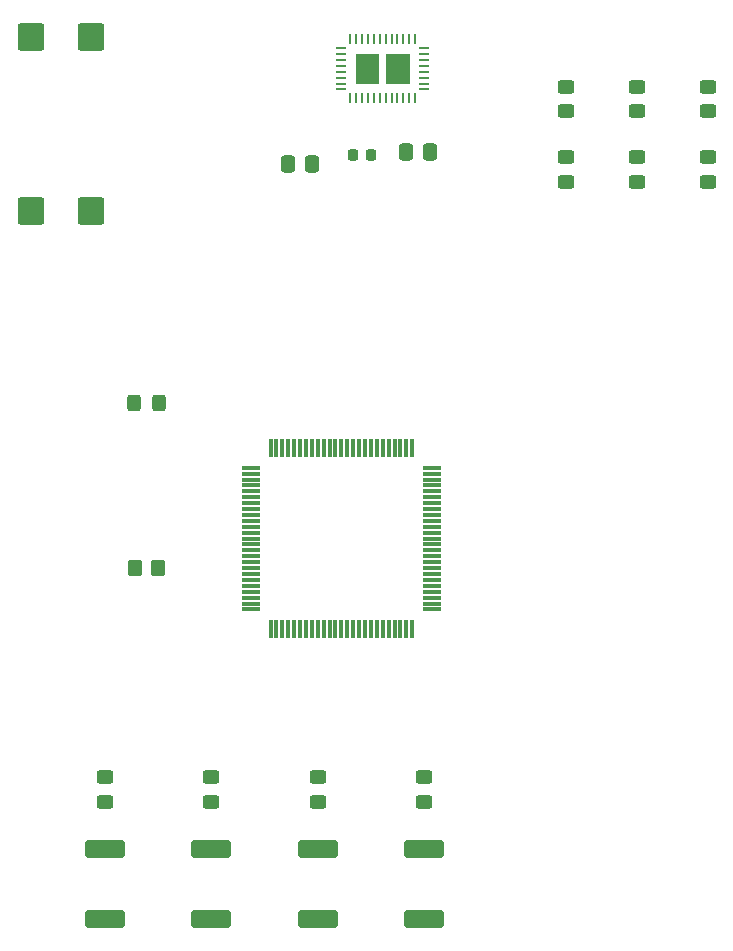
<source format=gbr>
%TF.GenerationSoftware,KiCad,Pcbnew,8.0.7*%
%TF.CreationDate,2025-04-02T17:47:29-05:00*%
%TF.ProjectId,FinalBoard,46696e61-6c42-46f6-9172-642e6b696361,rev?*%
%TF.SameCoordinates,Original*%
%TF.FileFunction,Paste,Top*%
%TF.FilePolarity,Positive*%
%FSLAX46Y46*%
G04 Gerber Fmt 4.6, Leading zero omitted, Abs format (unit mm)*
G04 Created by KiCad (PCBNEW 8.0.7) date 2025-04-02 17:47:29*
%MOMM*%
%LPD*%
G01*
G04 APERTURE LIST*
G04 Aperture macros list*
%AMRoundRect*
0 Rectangle with rounded corners*
0 $1 Rounding radius*
0 $2 $3 $4 $5 $6 $7 $8 $9 X,Y pos of 4 corners*
0 Add a 4 corners polygon primitive as box body*
4,1,4,$2,$3,$4,$5,$6,$7,$8,$9,$2,$3,0*
0 Add four circle primitives for the rounded corners*
1,1,$1+$1,$2,$3*
1,1,$1+$1,$4,$5*
1,1,$1+$1,$6,$7*
1,1,$1+$1,$8,$9*
0 Add four rect primitives between the rounded corners*
20,1,$1+$1,$2,$3,$4,$5,0*
20,1,$1+$1,$4,$5,$6,$7,0*
20,1,$1+$1,$6,$7,$8,$9,0*
20,1,$1+$1,$8,$9,$2,$3,0*%
G04 Aperture macros list end*
%ADD10C,0.000000*%
%ADD11RoundRect,0.075000X-0.725000X-0.075000X0.725000X-0.075000X0.725000X0.075000X-0.725000X0.075000X0*%
%ADD12RoundRect,0.075000X-0.075000X-0.725000X0.075000X-0.725000X0.075000X0.725000X-0.075000X0.725000X0*%
%ADD13R,0.242473X0.906066*%
%ADD14R,0.906066X0.242473*%
%ADD15R,0.906064X0.242472*%
%ADD16RoundRect,0.250000X0.450000X-0.325000X0.450000X0.325000X-0.450000X0.325000X-0.450000X-0.325000X0*%
%ADD17RoundRect,0.250000X-0.450000X0.325000X-0.450000X-0.325000X0.450000X-0.325000X0.450000X0.325000X0*%
%ADD18RoundRect,0.250000X0.325000X0.450000X-0.325000X0.450000X-0.325000X-0.450000X0.325000X-0.450000X0*%
%ADD19RoundRect,0.250000X0.350000X0.450000X-0.350000X0.450000X-0.350000X-0.450000X0.350000X-0.450000X0*%
%ADD20RoundRect,0.218750X0.218750X0.256250X-0.218750X0.256250X-0.218750X-0.256250X0.218750X-0.256250X0*%
%ADD21RoundRect,0.249999X1.425001X-0.512501X1.425001X0.512501X-1.425001X0.512501X-1.425001X-0.512501X0*%
%ADD22RoundRect,0.250000X0.875000X0.925000X-0.875000X0.925000X-0.875000X-0.925000X0.875000X-0.925000X0*%
%ADD23RoundRect,0.250000X-0.337500X-0.475000X0.337500X-0.475000X0.337500X0.475000X-0.337500X0.475000X0*%
G04 APERTURE END LIST*
D10*
%TO.C,U1*%
G36*
X148939132Y-66003268D02*
G01*
X146971732Y-66003268D01*
X146971732Y-63446732D01*
X148939132Y-63446732D01*
X148939132Y-66003268D01*
G37*
G36*
X151528266Y-66003268D02*
G01*
X149560866Y-66003268D01*
X149560866Y-63446732D01*
X151528266Y-63446732D01*
X151528266Y-66003268D01*
G37*
%TD*%
D11*
%TO.C,U5*%
X138075000Y-98500000D03*
X138075000Y-99000000D03*
X138075000Y-99500000D03*
X138075000Y-100000000D03*
X138075000Y-100500000D03*
X138075000Y-101000000D03*
X138075000Y-101500000D03*
X138075000Y-102000000D03*
X138075000Y-102500000D03*
X138075000Y-103000000D03*
X138075000Y-103500000D03*
X138075000Y-104000000D03*
X138075000Y-104500000D03*
X138075000Y-105000000D03*
X138075000Y-105500000D03*
X138075000Y-106000000D03*
X138075000Y-106500000D03*
X138075000Y-107000000D03*
X138075000Y-107500000D03*
X138075000Y-108000000D03*
X138075000Y-108500000D03*
X138075000Y-109000000D03*
X138075000Y-109500000D03*
X138075000Y-110000000D03*
X138075000Y-110500000D03*
D12*
X139750000Y-112175000D03*
X140250000Y-112175000D03*
X140750000Y-112175000D03*
X141250000Y-112175000D03*
X141750000Y-112175000D03*
X142250000Y-112175000D03*
X142750000Y-112175000D03*
X143250000Y-112175000D03*
X143750000Y-112175000D03*
X144250000Y-112175000D03*
X144750000Y-112175000D03*
X145250000Y-112175000D03*
X145750000Y-112175000D03*
X146250000Y-112175000D03*
X146750000Y-112175000D03*
X147250000Y-112175000D03*
X147750000Y-112175000D03*
X148250000Y-112175000D03*
X148750000Y-112175000D03*
X149250000Y-112175000D03*
X149750000Y-112175000D03*
X150250000Y-112175000D03*
X150750000Y-112175000D03*
X151250000Y-112175000D03*
X151750000Y-112175000D03*
D11*
X153425000Y-110500000D03*
X153425000Y-110000000D03*
X153425000Y-109500000D03*
X153425000Y-109000000D03*
X153425000Y-108500000D03*
X153425000Y-108000000D03*
X153425000Y-107500000D03*
X153425000Y-107000000D03*
X153425000Y-106500000D03*
X153425000Y-106000000D03*
X153425000Y-105500000D03*
X153425000Y-105000000D03*
X153425000Y-104500000D03*
X153425000Y-104000000D03*
X153425000Y-103500000D03*
X153425000Y-103000000D03*
X153425000Y-102500000D03*
X153425000Y-102000000D03*
X153425000Y-101500000D03*
X153425000Y-101000000D03*
X153425000Y-100500000D03*
X153425000Y-100000000D03*
X153425000Y-99500000D03*
X153425000Y-99000000D03*
X153425000Y-98500000D03*
D12*
X151750000Y-96825000D03*
X151250000Y-96825000D03*
X150750000Y-96825000D03*
X150250000Y-96825000D03*
X149750000Y-96825000D03*
X149250000Y-96825000D03*
X148750000Y-96825000D03*
X148250000Y-96825000D03*
X147750000Y-96825000D03*
X147250000Y-96825000D03*
X146750000Y-96825000D03*
X146250000Y-96825000D03*
X145750000Y-96825000D03*
X145250000Y-96825000D03*
X144750000Y-96825000D03*
X144250000Y-96825000D03*
X143750000Y-96825000D03*
X143250000Y-96825000D03*
X142750000Y-96825000D03*
X142250000Y-96825000D03*
X141750000Y-96825000D03*
X141250000Y-96825000D03*
X140750000Y-96825000D03*
X140250000Y-96825000D03*
X139750000Y-96825000D03*
%TD*%
D13*
%TO.C,U1*%
X146500000Y-67228033D03*
X146999999Y-67228033D03*
X147500001Y-67228033D03*
X148000000Y-67228033D03*
X148499999Y-67228033D03*
X149000000Y-67228033D03*
X149500000Y-67228033D03*
X150000001Y-67228033D03*
X150500000Y-67228033D03*
X150999999Y-67228033D03*
X151500001Y-67228033D03*
X152000000Y-67228033D03*
D14*
X152753033Y-66474999D03*
X152753033Y-65975000D03*
X152753033Y-65475001D03*
X152753033Y-64975000D03*
X152753033Y-64475000D03*
X152753033Y-63974999D03*
X152753033Y-63475000D03*
X152753033Y-62975001D03*
D13*
X152000000Y-62221967D03*
X151500001Y-62221967D03*
X150999999Y-62221967D03*
X150500000Y-62221967D03*
X150000001Y-62221967D03*
X149500000Y-62221967D03*
X149000000Y-62221967D03*
X148499999Y-62221967D03*
X148000000Y-62221967D03*
X147500001Y-62221967D03*
X146999999Y-62221967D03*
X146500000Y-62221967D03*
D14*
X145746967Y-62975001D03*
X145746967Y-63475000D03*
X145746967Y-63974999D03*
X145746967Y-64475000D03*
X145746967Y-64975000D03*
X145746967Y-65475001D03*
X145746967Y-65975000D03*
D15*
X145746968Y-66474999D03*
%TD*%
D16*
%TO.C,R12*%
X176750000Y-74275000D03*
X176750000Y-72225000D03*
%TD*%
D17*
%TO.C,R11*%
X176750000Y-66225000D03*
X176750000Y-68275000D03*
%TD*%
D16*
%TO.C,R10*%
X170750000Y-74275000D03*
X170750000Y-72225000D03*
%TD*%
D17*
%TO.C,R9*%
X170750000Y-66225000D03*
X170750000Y-68275000D03*
%TD*%
D16*
%TO.C,R8*%
X164750000Y-74275000D03*
X164750000Y-72225000D03*
%TD*%
D17*
%TO.C,R7*%
X164750000Y-66225000D03*
X164750000Y-68275000D03*
%TD*%
%TO.C,R6*%
X152750000Y-124725000D03*
X152750000Y-126775000D03*
%TD*%
%TO.C,R5*%
X143750000Y-124725000D03*
X143750000Y-126775000D03*
%TD*%
%TO.C,R4*%
X134750000Y-124725000D03*
X134750000Y-126775000D03*
%TD*%
%TO.C,R3*%
X125750000Y-124725000D03*
X125750000Y-126775000D03*
%TD*%
D18*
%TO.C,R2*%
X130275000Y-93000000D03*
X128225000Y-93000000D03*
%TD*%
D19*
%TO.C,R1*%
X130250000Y-107000000D03*
X128250000Y-107000000D03*
%TD*%
D20*
%TO.C,L1*%
X148287500Y-72000000D03*
X146712500Y-72000000D03*
%TD*%
D21*
%TO.C,D4*%
X152740000Y-136737500D03*
X152740000Y-130762500D03*
%TD*%
%TO.C,D3*%
X143750000Y-136737500D03*
X143750000Y-130762500D03*
%TD*%
%TO.C,D2*%
X134750000Y-136737500D03*
X134750000Y-130762500D03*
%TD*%
%TO.C,D1*%
X125750000Y-136737500D03*
X125750000Y-130762500D03*
%TD*%
D22*
%TO.C,C11*%
X119450000Y-76750000D03*
X124550000Y-76750000D03*
%TD*%
%TO.C,C10*%
X119450000Y-62000000D03*
X124550000Y-62000000D03*
%TD*%
D23*
%TO.C,C7*%
X141212500Y-72750000D03*
X143287500Y-72750000D03*
%TD*%
%TO.C,C5*%
X151212500Y-71750000D03*
X153287500Y-71750000D03*
%TD*%
M02*

</source>
